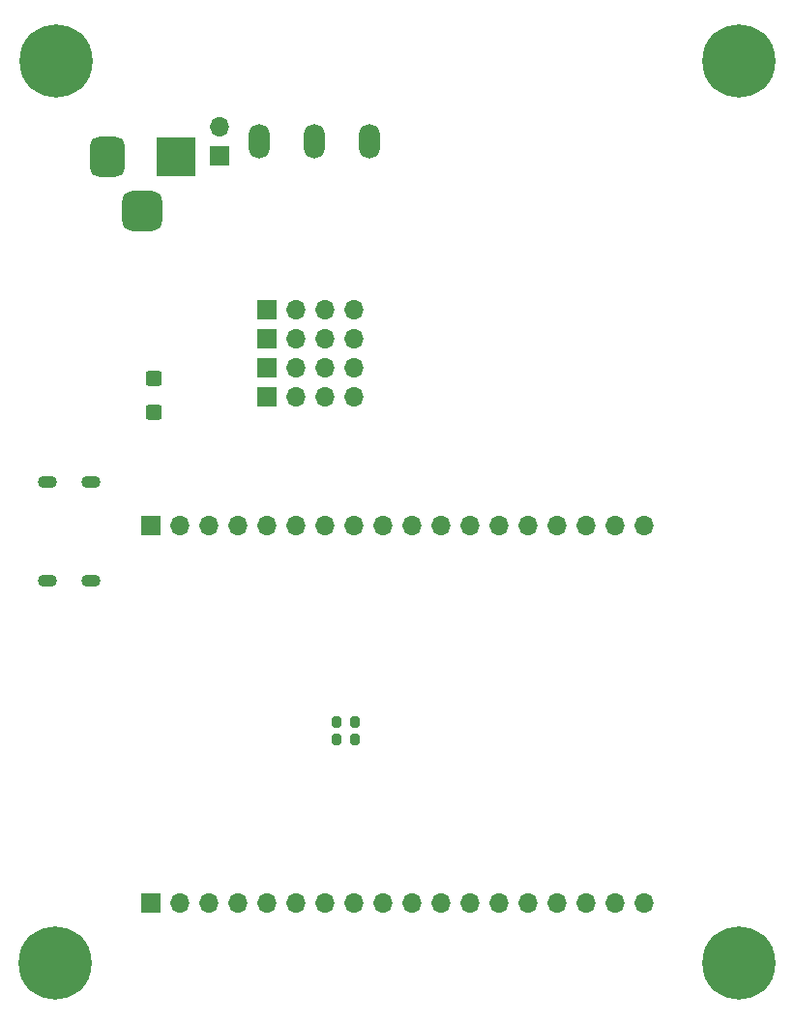
<source format=gbs>
%TF.GenerationSoftware,KiCad,Pcbnew,8.0.3*%
%TF.CreationDate,2024-07-16T23:41:29+08:00*%
%TF.ProjectId,mspm0,6d73706d-302e-46b6-9963-61645f706362,rev?*%
%TF.SameCoordinates,Original*%
%TF.FileFunction,Soldermask,Bot*%
%TF.FilePolarity,Negative*%
%FSLAX46Y46*%
G04 Gerber Fmt 4.6, Leading zero omitted, Abs format (unit mm)*
G04 Created by KiCad (PCBNEW 8.0.3) date 2024-07-16 23:41:29*
%MOMM*%
%LPD*%
G01*
G04 APERTURE LIST*
G04 Aperture macros list*
%AMRoundRect*
0 Rectangle with rounded corners*
0 $1 Rounding radius*
0 $2 $3 $4 $5 $6 $7 $8 $9 X,Y pos of 4 corners*
0 Add a 4 corners polygon primitive as box body*
4,1,4,$2,$3,$4,$5,$6,$7,$8,$9,$2,$3,0*
0 Add four circle primitives for the rounded corners*
1,1,$1+$1,$2,$3*
1,1,$1+$1,$4,$5*
1,1,$1+$1,$6,$7*
1,1,$1+$1,$8,$9*
0 Add four rect primitives between the rounded corners*
20,1,$1+$1,$2,$3,$4,$5,0*
20,1,$1+$1,$4,$5,$6,$7,0*
20,1,$1+$1,$6,$7,$8,$9,0*
20,1,$1+$1,$8,$9,$2,$3,0*%
G04 Aperture macros list end*
%ADD10C,0.800000*%
%ADD11C,6.400000*%
%ADD12R,3.500000X3.500000*%
%ADD13RoundRect,0.750000X-0.750000X-1.000000X0.750000X-1.000000X0.750000X1.000000X-0.750000X1.000000X0*%
%ADD14RoundRect,0.875000X-0.875000X-0.875000X0.875000X-0.875000X0.875000X0.875000X-0.875000X0.875000X0*%
%ADD15R,1.700000X1.700000*%
%ADD16O,1.700000X1.700000*%
%ADD17O,1.700000X1.100000*%
%ADD18O,1.827000X3.027000*%
%ADD19RoundRect,0.250000X-0.450000X0.400000X-0.450000X-0.400000X0.450000X-0.400000X0.450000X0.400000X0*%
%ADD20RoundRect,0.200000X-0.200000X-0.275000X0.200000X-0.275000X0.200000X0.275000X-0.200000X0.275000X0*%
G04 APERTURE END LIST*
D10*
%TO.C,H2*%
X178200000Y-27650000D03*
X178902944Y-25952944D03*
X178902944Y-29347056D03*
X180600000Y-25250000D03*
D11*
X180600000Y-27650000D03*
D10*
X180600000Y-30050000D03*
X182297056Y-25952944D03*
X182297056Y-29347056D03*
X183000000Y-27650000D03*
%TD*%
D12*
%TO.C,J1*%
X131300000Y-36100000D03*
D13*
X125300000Y-36100000D03*
D14*
X128300000Y-40800000D03*
%TD*%
D10*
%TO.C,H1*%
X118400000Y-27650000D03*
X119102944Y-25952944D03*
X119102944Y-29347056D03*
X120800000Y-25250000D03*
D11*
X120800000Y-27650000D03*
D10*
X120800000Y-30050000D03*
X122497056Y-25952944D03*
X122497056Y-29347056D03*
X123200000Y-27650000D03*
%TD*%
D15*
%TO.C,J6*%
X139300000Y-54540000D03*
D16*
X141840000Y-54540000D03*
X144380000Y-54540000D03*
X146920000Y-54540000D03*
%TD*%
D15*
%TO.C,J4*%
X139300000Y-52000000D03*
D16*
X141840000Y-52000000D03*
X144380000Y-52000000D03*
X146920000Y-52000000D03*
%TD*%
D10*
%TO.C,H4*%
X178200000Y-106600000D03*
X178902944Y-104902944D03*
X178902944Y-108297056D03*
X180600000Y-104200000D03*
D11*
X180600000Y-106600000D03*
D10*
X180600000Y-109000000D03*
X182297056Y-104902944D03*
X182297056Y-108297056D03*
X183000000Y-106600000D03*
%TD*%
D15*
%TO.C,J7*%
X139300000Y-57080000D03*
D16*
X141840000Y-57080000D03*
X144380000Y-57080000D03*
X146920000Y-57080000D03*
%TD*%
D17*
%TO.C,J10*%
X123875000Y-64480000D03*
X120075000Y-64480000D03*
X123875000Y-73120000D03*
X120075000Y-73120000D03*
%TD*%
D15*
%TO.C,J12*%
X129100000Y-101350000D03*
D16*
X131640000Y-101350000D03*
X134180000Y-101350000D03*
X136720000Y-101350000D03*
X139260000Y-101350000D03*
X141800000Y-101350000D03*
X144340000Y-101350000D03*
X146880000Y-101350000D03*
X149420000Y-101350000D03*
X151960000Y-101350000D03*
X154500000Y-101350000D03*
X157040000Y-101350000D03*
X159580000Y-101350000D03*
X162120000Y-101350000D03*
X164660000Y-101350000D03*
X167200000Y-101350000D03*
X169740000Y-101350000D03*
X172280000Y-101350000D03*
%TD*%
D15*
%TO.C,J2*%
X135150000Y-35975000D03*
D16*
X135150000Y-33435000D03*
%TD*%
D15*
%TO.C,J3*%
X139300000Y-49460000D03*
D16*
X141840000Y-49460000D03*
X144380000Y-49460000D03*
X146920000Y-49460000D03*
%TD*%
D10*
%TO.C,H3*%
X118350000Y-106600000D03*
X119052944Y-104902944D03*
X119052944Y-108297056D03*
X120750000Y-104200000D03*
D11*
X120750000Y-106600000D03*
D10*
X120750000Y-109000000D03*
X122447056Y-104902944D03*
X122447056Y-108297056D03*
X123150000Y-106600000D03*
%TD*%
D15*
%TO.C,J9*%
X129100000Y-68350000D03*
D16*
X131640000Y-68350000D03*
X134180000Y-68350000D03*
X136720000Y-68350000D03*
X139260000Y-68350000D03*
X141800000Y-68350000D03*
X144340000Y-68350000D03*
X146880000Y-68350000D03*
X149420000Y-68350000D03*
X151960000Y-68350000D03*
X154500000Y-68350000D03*
X157040000Y-68350000D03*
X159580000Y-68350000D03*
X162120000Y-68350000D03*
X164660000Y-68350000D03*
X167200000Y-68350000D03*
X169740000Y-68350000D03*
X172280000Y-68350000D03*
%TD*%
D18*
%TO.C,U1*%
X138600000Y-34700000D03*
X143400000Y-34700000D03*
X148200000Y-34700000D03*
%TD*%
D19*
%TO.C,D14*%
X129350000Y-55500000D03*
X129350000Y-58400000D03*
%TD*%
D20*
%TO.C,R48*%
X145325000Y-87050000D03*
X146975000Y-87050000D03*
%TD*%
%TO.C,R47*%
X145325000Y-85550000D03*
X146975000Y-85550000D03*
%TD*%
M02*

</source>
